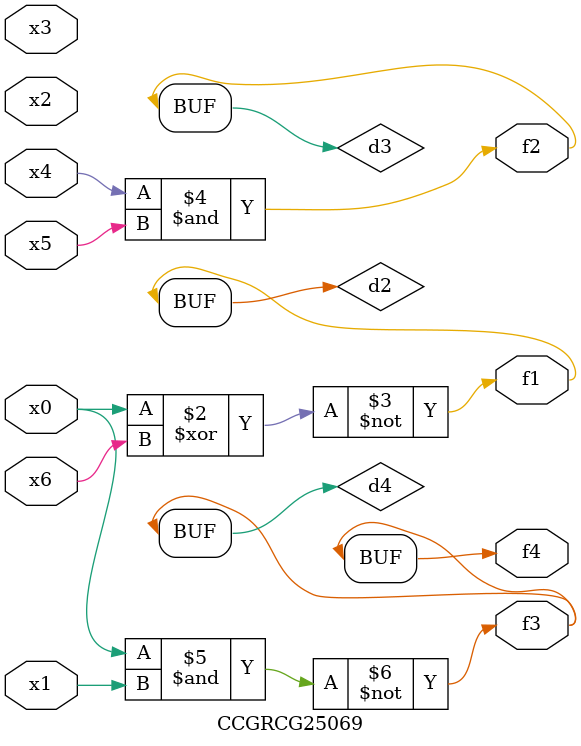
<source format=v>
module CCGRCG25069(
	input x0, x1, x2, x3, x4, x5, x6,
	output f1, f2, f3, f4
);

	wire d1, d2, d3, d4;

	nor (d1, x0);
	xnor (d2, x0, x6);
	and (d3, x4, x5);
	nand (d4, x0, x1);
	assign f1 = d2;
	assign f2 = d3;
	assign f3 = d4;
	assign f4 = d4;
endmodule

</source>
